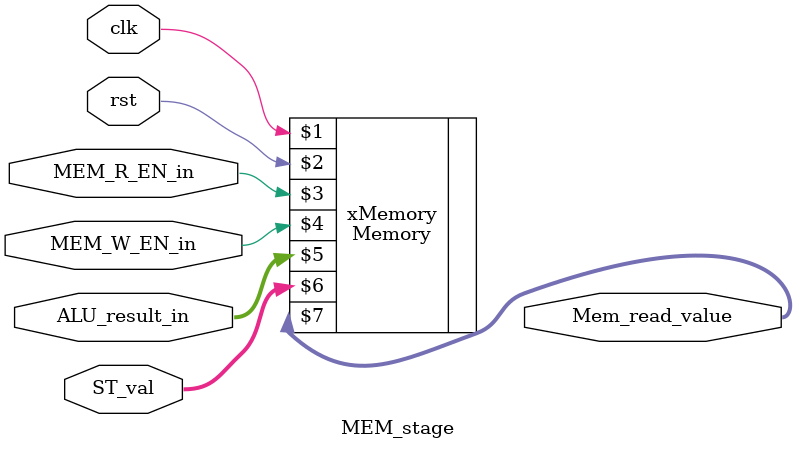
<source format=v>
module MEM_stage (input clk, input rst, input MEM_R_EN_in, MEM_W_EN_in, input [31:0] ALU_result_in, input [31:0]ST_val, output[31:0] Mem_read_value);

	Memory xMemory(clk, rst, MEM_R_EN_in, MEM_W_EN_in, ALU_result_in, ST_val, Mem_read_value);

endmodule 
</source>
